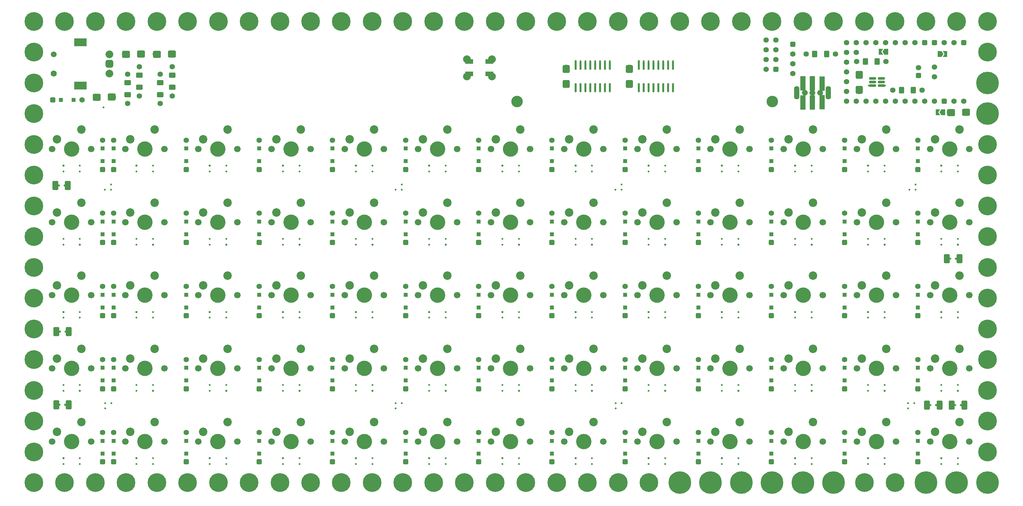
<source format=gts>
G04 #@! TF.GenerationSoftware,KiCad,Pcbnew,9.0.2*
G04 #@! TF.CreationDate,2025-07-13T16:57:08+05:30*
G04 #@! TF.ProjectId,pcb,7063622e-6b69-4636-9164-5f7063625858,rev?*
G04 #@! TF.SameCoordinates,Original*
G04 #@! TF.FileFunction,Soldermask,Top*
G04 #@! TF.FilePolarity,Negative*
%FSLAX46Y46*%
G04 Gerber Fmt 4.6, Leading zero omitted, Abs format (unit mm)*
G04 Created by KiCad (PCBNEW 9.0.2) date 2025-07-13 16:57:08*
%MOMM*%
%LPD*%
G01*
G04 APERTURE LIST*
G04 Aperture macros list*
%AMRoundRect*
0 Rectangle with rounded corners*
0 $1 Rounding radius*
0 $2 $3 $4 $5 $6 $7 $8 $9 X,Y pos of 4 corners*
0 Add a 4 corners polygon primitive as box body*
4,1,4,$2,$3,$4,$5,$6,$7,$8,$9,$2,$3,0*
0 Add four circle primitives for the rounded corners*
1,1,$1+$1,$2,$3*
1,1,$1+$1,$4,$5*
1,1,$1+$1,$6,$7*
1,1,$1+$1,$8,$9*
0 Add four rect primitives between the rounded corners*
20,1,$1+$1,$2,$3,$4,$5,0*
20,1,$1+$1,$4,$5,$6,$7,0*
20,1,$1+$1,$6,$7,$8,$9,0*
20,1,$1+$1,$8,$9,$2,$3,0*%
%AMFreePoly0*
4,1,6,1.000000,0.000000,0.500000,-0.750000,-0.500000,-0.750000,-0.500000,0.750000,0.500000,0.750000,1.000000,0.000000,1.000000,0.000000,$1*%
%AMFreePoly1*
4,1,6,0.500000,-0.750000,-0.650000,-0.750000,-0.150000,0.000000,-0.650000,0.750000,0.500000,0.750000,0.500000,-0.750000,0.500000,-0.750000,$1*%
G04 Aperture macros list end*
%ADD10C,1.700000*%
%ADD11C,4.000000*%
%ADD12C,2.200000*%
%ADD13R,3.200000X2.000000*%
%ADD14C,2.000000*%
%ADD15RoundRect,0.500000X0.500000X0.500000X-0.500000X0.500000X-0.500000X-0.500000X0.500000X-0.500000X0*%
%ADD16C,1.600000*%
%ADD17C,1.500000*%
%ADD18R,2.000000X1.250000*%
%ADD19FreePoly0,180.000000*%
%ADD20FreePoly1,180.000000*%
%ADD21O,1.400000X3.500000*%
%ADD22R,1.350000X3.800000*%
%ADD23C,0.500000*%
%ADD24R,0.600000X2.000000*%
%ADD25RoundRect,0.125000X-0.125000X0.125000X-0.125000X-0.125000X0.125000X-0.125000X0.125000X0.125000X0*%
%ADD26C,4.875000*%
%ADD27C,5.875000*%
%ADD28FreePoly0,0.000000*%
%ADD29FreePoly1,0.000000*%
%ADD30C,1.397000*%
%ADD31RoundRect,0.349250X0.349250X-0.349250X0.349250X0.349250X-0.349250X0.349250X-0.349250X-0.349250X0*%
%ADD32RoundRect,0.349250X-0.349250X0.349250X-0.349250X-0.349250X0.349250X-0.349250X0.349250X0.349250X0*%
%ADD33RoundRect,0.150000X-0.762500X-0.150000X0.762500X-0.150000X0.762500X0.150000X-0.762500X0.150000X0*%
%ADD34C,3.000000*%
%ADD35RoundRect,0.349250X-0.349250X-0.349250X0.349250X-0.349250X0.349250X0.349250X-0.349250X0.349250X0*%
%ADD36RoundRect,0.347750X0.347750X-0.347750X0.347750X0.347750X-0.347750X0.347750X-0.347750X-0.347750X0*%
%ADD37RoundRect,0.250000X0.300000X-0.300000X0.300000X0.300000X-0.300000X0.300000X-0.300000X-0.300000X0*%
%ADD38C,1.391000*%
%ADD39RoundRect,0.347750X-0.347750X-0.347750X0.347750X-0.347750X0.347750X0.347750X-0.347750X0.347750X0*%
%ADD40RoundRect,0.250000X-0.300000X-0.300000X0.300000X-0.300000X0.300000X0.300000X-0.300000X0.300000X0*%
%ADD41RoundRect,0.125000X-0.125000X-0.125000X0.125000X-0.125000X0.125000X0.125000X-0.125000X0.125000X0*%
%ADD42RoundRect,0.250001X0.499999X0.924999X-0.499999X0.924999X-0.499999X-0.924999X0.499999X-0.924999X0*%
%ADD43RoundRect,0.125000X0.125000X0.125000X-0.125000X0.125000X-0.125000X-0.125000X0.125000X-0.125000X0*%
%ADD44RoundRect,0.250000X-0.250000X-0.250000X0.250000X-0.250000X0.250000X0.250000X-0.250000X0.250000X0*%
%ADD45RoundRect,0.339622X-0.710378X-0.560378X0.710378X-0.560378X0.710378X0.560378X-0.710378X0.560378X0*%
%ADD46C,1.000000*%
%ADD47RoundRect,0.250001X-0.499999X-0.924999X0.499999X-0.924999X0.499999X0.924999X-0.499999X0.924999X0*%
%ADD48RoundRect,0.250000X0.625000X-0.400000X0.625000X0.400000X-0.625000X0.400000X-0.625000X-0.400000X0*%
%ADD49RoundRect,0.250000X-0.400000X-0.625000X0.400000X-0.625000X0.400000X0.625000X-0.400000X0.625000X0*%
%ADD50RoundRect,0.250000X-0.250000X0.250000X-0.250000X-0.250000X0.250000X-0.250000X0.250000X0.250000X0*%
%ADD51RoundRect,0.339622X-0.560378X0.710378X-0.560378X-0.710378X0.560378X-0.710378X0.560378X0.710378X0*%
%ADD52RoundRect,0.250000X0.250000X-0.250000X0.250000X0.250000X-0.250000X0.250000X-0.250000X-0.250000X0*%
%ADD53RoundRect,0.339622X0.560378X-0.710378X0.560378X0.710378X-0.560378X0.710378X-0.560378X-0.710378X0*%
%ADD54RoundRect,0.250000X0.250000X0.250000X-0.250000X0.250000X-0.250000X-0.250000X0.250000X-0.250000X0*%
%ADD55RoundRect,0.339622X0.710378X0.560378X-0.710378X0.560378X-0.710378X-0.560378X0.710378X-0.560378X0*%
G04 APERTURE END LIST*
D10*
X46045000Y-67080000D03*
D11*
X51125000Y-67080000D03*
D10*
X56205000Y-67080000D03*
D12*
X53665000Y-62000000D03*
X47315000Y-64540000D03*
D10*
X46045000Y-86105000D03*
D11*
X51125000Y-86105000D03*
D10*
X56205000Y-86105000D03*
D12*
X53665000Y-81025000D03*
X47315000Y-83565000D03*
D10*
X46045000Y-105130000D03*
D11*
X51125000Y-105130000D03*
D10*
X56205000Y-105130000D03*
D12*
X53665000Y-100050000D03*
X47315000Y-102590000D03*
D10*
X46045000Y-124155000D03*
D11*
X51125000Y-124155000D03*
D10*
X56205000Y-124155000D03*
D12*
X53665000Y-119075000D03*
X47315000Y-121615000D03*
D10*
X46045000Y-143180000D03*
D11*
X51125000Y-143180000D03*
D10*
X56205000Y-143180000D03*
D12*
X53665000Y-138100000D03*
X47315000Y-140640000D03*
D10*
X65070000Y-67080000D03*
D11*
X70150000Y-67080000D03*
D10*
X75230000Y-67080000D03*
D12*
X72690000Y-62000000D03*
X66340000Y-64540000D03*
D10*
X65070000Y-86105000D03*
D11*
X70150000Y-86105000D03*
D10*
X75230000Y-86105000D03*
D12*
X72690000Y-81025000D03*
X66340000Y-83565000D03*
D10*
X65070000Y-105130000D03*
D11*
X70150000Y-105130000D03*
D10*
X75230000Y-105130000D03*
D12*
X72690000Y-100050000D03*
X66340000Y-102590000D03*
D10*
X65070000Y-124155000D03*
D11*
X70150000Y-124155000D03*
D10*
X75230000Y-124155000D03*
D12*
X72690000Y-119075000D03*
X66340000Y-121615000D03*
D10*
X65070000Y-143180000D03*
D11*
X70150000Y-143180000D03*
D10*
X75230000Y-143180000D03*
D12*
X72690000Y-138100000D03*
X66340000Y-140640000D03*
D10*
X84095000Y-67080000D03*
D11*
X89175000Y-67080000D03*
D10*
X94255000Y-67080000D03*
D12*
X91715000Y-62000000D03*
X85365000Y-64540000D03*
D10*
X84095000Y-105130000D03*
D11*
X89175000Y-105130000D03*
D10*
X94255000Y-105130000D03*
D12*
X91715000Y-100050000D03*
X85365000Y-102590000D03*
D10*
X84095000Y-124155000D03*
D11*
X89175000Y-124155000D03*
D10*
X94255000Y-124155000D03*
D12*
X91715000Y-119075000D03*
X85365000Y-121615000D03*
D10*
X84095000Y-143180000D03*
D11*
X89175000Y-143180000D03*
D10*
X94255000Y-143180000D03*
D12*
X91715000Y-138100000D03*
X85365000Y-140640000D03*
D10*
X103120000Y-67080000D03*
D11*
X108200000Y-67080000D03*
D10*
X113280000Y-67080000D03*
D12*
X110740000Y-62000000D03*
X104390000Y-64540000D03*
D10*
X103120000Y-86105000D03*
D11*
X108200000Y-86105000D03*
D10*
X113280000Y-86105000D03*
D12*
X110740000Y-81025000D03*
X104390000Y-83565000D03*
D10*
X103120000Y-105130000D03*
D11*
X108200000Y-105130000D03*
D10*
X113280000Y-105130000D03*
D12*
X110740000Y-100050000D03*
X104390000Y-102590000D03*
D10*
X103120000Y-124155000D03*
D11*
X108200000Y-124155000D03*
D10*
X113280000Y-124155000D03*
D12*
X110740000Y-119075000D03*
X104390000Y-121615000D03*
D10*
X103120000Y-143180000D03*
D11*
X108200000Y-143180000D03*
D10*
X113280000Y-143180000D03*
D12*
X110740000Y-138100000D03*
X104390000Y-140640000D03*
D10*
X122145000Y-67080000D03*
D11*
X127225000Y-67080000D03*
D10*
X132305000Y-67080000D03*
D12*
X129765000Y-62000000D03*
X123415000Y-64540000D03*
D10*
X122145000Y-86105000D03*
D11*
X127225000Y-86105000D03*
D10*
X132305000Y-86105000D03*
D12*
X129765000Y-81025000D03*
X123415000Y-83565000D03*
D10*
X122145000Y-105130000D03*
D11*
X127225000Y-105130000D03*
D10*
X132305000Y-105130000D03*
D12*
X129765000Y-100050000D03*
X123415000Y-102590000D03*
D10*
X122145000Y-124155000D03*
D11*
X127225000Y-124155000D03*
D10*
X132305000Y-124155000D03*
D12*
X129765000Y-119075000D03*
X123415000Y-121615000D03*
D10*
X122145000Y-143180000D03*
D11*
X127225000Y-143180000D03*
D10*
X132305000Y-143180000D03*
D12*
X129765000Y-138100000D03*
X123415000Y-140640000D03*
D10*
X141170000Y-67080000D03*
D11*
X146250000Y-67080000D03*
D10*
X151330000Y-67080000D03*
D12*
X148790000Y-62000000D03*
X142440000Y-64540000D03*
D10*
X141170000Y-86105000D03*
D11*
X146250000Y-86105000D03*
D10*
X151330000Y-86105000D03*
D12*
X148790000Y-81025000D03*
X142440000Y-83565000D03*
D10*
X141170000Y-105130000D03*
D11*
X146250000Y-105130000D03*
D10*
X151330000Y-105130000D03*
D12*
X148790000Y-100050000D03*
X142440000Y-102590000D03*
D10*
X141170000Y-124155000D03*
D11*
X146250000Y-124155000D03*
D10*
X151330000Y-124155000D03*
D12*
X148790000Y-119075000D03*
X142440000Y-121615000D03*
D10*
X141170000Y-143180000D03*
D11*
X146250000Y-143180000D03*
D10*
X151330000Y-143180000D03*
D12*
X148790000Y-138100000D03*
X142440000Y-140640000D03*
D10*
X160195000Y-67080000D03*
D11*
X165275000Y-67080000D03*
D10*
X170355000Y-67080000D03*
D12*
X167815000Y-62000000D03*
X161465000Y-64540000D03*
D10*
X160195000Y-86105000D03*
D11*
X165275000Y-86105000D03*
D10*
X170355000Y-86105000D03*
D12*
X167815000Y-81025000D03*
X161465000Y-83565000D03*
D10*
X160195000Y-105130000D03*
D11*
X165275000Y-105130000D03*
D10*
X170355000Y-105130000D03*
D12*
X167815000Y-100050000D03*
X161465000Y-102590000D03*
D10*
X160195000Y-124155000D03*
D11*
X165275000Y-124155000D03*
D10*
X170355000Y-124155000D03*
D12*
X167815000Y-119075000D03*
X161465000Y-121615000D03*
D10*
X160195000Y-143180000D03*
D11*
X165275000Y-143180000D03*
D10*
X170355000Y-143180000D03*
D12*
X167815000Y-138100000D03*
X161465000Y-140640000D03*
D10*
X179220000Y-67080000D03*
D11*
X184300000Y-67080000D03*
D10*
X189380000Y-67080000D03*
D12*
X186840000Y-62000000D03*
X180490000Y-64540000D03*
D10*
X179220000Y-86105000D03*
D11*
X184300000Y-86105000D03*
D10*
X189380000Y-86105000D03*
D12*
X186840000Y-81025000D03*
X180490000Y-83565000D03*
D10*
X179220000Y-105130000D03*
D11*
X184300000Y-105130000D03*
D10*
X189380000Y-105130000D03*
D12*
X186840000Y-100050000D03*
X180490000Y-102590000D03*
D10*
X179220000Y-124155000D03*
D11*
X184300000Y-124155000D03*
D10*
X189380000Y-124155000D03*
D12*
X186840000Y-119075000D03*
X180490000Y-121615000D03*
D10*
X179220000Y-143180000D03*
D11*
X184300000Y-143180000D03*
D10*
X189380000Y-143180000D03*
D12*
X186840000Y-138100000D03*
X180490000Y-140640000D03*
D10*
X198245000Y-67080000D03*
D11*
X203325000Y-67080000D03*
D10*
X208405000Y-67080000D03*
D12*
X205865000Y-62000000D03*
X199515000Y-64540000D03*
D10*
X198245000Y-86105000D03*
D11*
X203325000Y-86105000D03*
D10*
X208405000Y-86105000D03*
D12*
X205865000Y-81025000D03*
X199515000Y-83565000D03*
D10*
X198245000Y-105130000D03*
D11*
X203325000Y-105130000D03*
D10*
X208405000Y-105130000D03*
D12*
X205865000Y-100050000D03*
X199515000Y-102590000D03*
D10*
X198245000Y-124155000D03*
D11*
X203325000Y-124155000D03*
D10*
X208405000Y-124155000D03*
D12*
X205865000Y-119075000D03*
X199515000Y-121615000D03*
D10*
X198245000Y-143180000D03*
D11*
X203325000Y-143180000D03*
D10*
X208405000Y-143180000D03*
D12*
X205865000Y-138100000D03*
X199515000Y-140640000D03*
D10*
X217270000Y-67080000D03*
D11*
X222350000Y-67080000D03*
D10*
X227430000Y-67080000D03*
D12*
X224890000Y-62000000D03*
X218540000Y-64540000D03*
D10*
X217270000Y-86105000D03*
D11*
X222350000Y-86105000D03*
D10*
X227430000Y-86105000D03*
D12*
X224890000Y-81025000D03*
X218540000Y-83565000D03*
D10*
X217270000Y-105130000D03*
D11*
X222350000Y-105130000D03*
D10*
X227430000Y-105130000D03*
D12*
X224890000Y-100050000D03*
X218540000Y-102590000D03*
D10*
X217270000Y-124155000D03*
D11*
X222350000Y-124155000D03*
D10*
X227430000Y-124155000D03*
D12*
X224890000Y-119075000D03*
X218540000Y-121615000D03*
D10*
X217270000Y-143180000D03*
D11*
X222350000Y-143180000D03*
D10*
X227430000Y-143180000D03*
D12*
X224890000Y-138100000D03*
X218540000Y-140640000D03*
D10*
X236295000Y-67080000D03*
D11*
X241375000Y-67080000D03*
D10*
X246455000Y-67080000D03*
D12*
X243915000Y-62000000D03*
X237565000Y-64540000D03*
D10*
X236295000Y-86105000D03*
D11*
X241375000Y-86105000D03*
D10*
X246455000Y-86105000D03*
D12*
X243915000Y-81025000D03*
X237565000Y-83565000D03*
D10*
X236295000Y-105130000D03*
D11*
X241375000Y-105130000D03*
D10*
X246455000Y-105130000D03*
D12*
X243915000Y-100050000D03*
X237565000Y-102590000D03*
D10*
X236295000Y-124155000D03*
D11*
X241375000Y-124155000D03*
D10*
X246455000Y-124155000D03*
D12*
X243915000Y-119075000D03*
X237565000Y-121615000D03*
D10*
X236295000Y-143180000D03*
D11*
X241375000Y-143180000D03*
D10*
X246455000Y-143180000D03*
D12*
X243915000Y-138100000D03*
X237565000Y-140640000D03*
D10*
X255320000Y-67080000D03*
D11*
X260400000Y-67080000D03*
D10*
X265480000Y-67080000D03*
D12*
X262940000Y-62000000D03*
X256590000Y-64540000D03*
D10*
X255320000Y-86105000D03*
D11*
X260400000Y-86105000D03*
D10*
X265480000Y-86105000D03*
D12*
X262940000Y-81025000D03*
X256590000Y-83565000D03*
D10*
X255320000Y-105130000D03*
D11*
X260400000Y-105130000D03*
D10*
X265480000Y-105130000D03*
D12*
X262940000Y-100050000D03*
X256590000Y-102590000D03*
D10*
X255320000Y-124155000D03*
D11*
X260400000Y-124155000D03*
D10*
X265480000Y-124155000D03*
D12*
X262940000Y-119075000D03*
X256590000Y-121615000D03*
D10*
X255320000Y-143180000D03*
D11*
X260400000Y-143180000D03*
D10*
X265480000Y-143180000D03*
D12*
X262940000Y-138100000D03*
X256590000Y-140640000D03*
D10*
X27020000Y-86105000D03*
D11*
X32100000Y-86105000D03*
D10*
X37180000Y-86105000D03*
D12*
X34640000Y-81025000D03*
X28290000Y-83565000D03*
D10*
X27020000Y-105130000D03*
D11*
X32100000Y-105130000D03*
D10*
X37180000Y-105130000D03*
D12*
X34640000Y-100050000D03*
X28290000Y-102590000D03*
D10*
X27020000Y-124155000D03*
D11*
X32100000Y-124155000D03*
D10*
X37180000Y-124155000D03*
D12*
X34640000Y-119075000D03*
X28290000Y-121615000D03*
D10*
X27020000Y-143180000D03*
D11*
X32100000Y-143180000D03*
D10*
X37180000Y-143180000D03*
D12*
X34640000Y-138100000D03*
X28290000Y-140640000D03*
D13*
X34410000Y-50542000D03*
X34410000Y-39342000D03*
D14*
X41910000Y-47442000D03*
X41910000Y-42442000D03*
D15*
X41910000Y-44942000D03*
D16*
X27410000Y-47442000D03*
D17*
X27410000Y-42442000D03*
D10*
X27020000Y-67080000D03*
D11*
X32100000Y-67080000D03*
D10*
X37180000Y-67080000D03*
D12*
X34640000Y-62000000D03*
X28290000Y-64540000D03*
D14*
X141360000Y-48180000D03*
D18*
X140735000Y-47530000D03*
X135485000Y-47530000D03*
D14*
X134860000Y-48180000D03*
X141360000Y-43680000D03*
D18*
X140735000Y-44330000D03*
X135485000Y-44330000D03*
D14*
X134860000Y-43680000D03*
D19*
X258750000Y-57540000D03*
D20*
X257300000Y-57540000D03*
D21*
X228852500Y-52450000D03*
X220652500Y-52450000D03*
D22*
X227260000Y-54860000D03*
X227240000Y-50060000D03*
D17*
X226752500Y-52450000D03*
D22*
X224752500Y-54950000D03*
D17*
X224752500Y-52450000D03*
D22*
X224752500Y-49950000D03*
D17*
X222752500Y-52450000D03*
D22*
X222252500Y-54950000D03*
X222252500Y-49950000D03*
D23*
X188508690Y-44265000D03*
D24*
X188492380Y-45416200D03*
D23*
X187228690Y-44265000D03*
D24*
X187222380Y-45416200D03*
D23*
X185968690Y-44265000D03*
D24*
X185952380Y-45416200D03*
D23*
X184698690Y-44265000D03*
D24*
X184682380Y-45416200D03*
D23*
X183418690Y-44265000D03*
D24*
X183412380Y-45416200D03*
D23*
X182148690Y-44265000D03*
D24*
X182142380Y-45416200D03*
D23*
X180888690Y-44265000D03*
D24*
X180872380Y-45416200D03*
D25*
X179608690Y-44265000D03*
D24*
X179602380Y-45416200D03*
X179602380Y-51016200D03*
D23*
X179608690Y-52065000D03*
D24*
X180872380Y-51016200D03*
D23*
X180888690Y-52065000D03*
D24*
X182142380Y-51016200D03*
D23*
X182148690Y-52065000D03*
D24*
X183412380Y-51016200D03*
D23*
X183418690Y-52065000D03*
D24*
X184682380Y-51016200D03*
D23*
X184698690Y-52065000D03*
D24*
X185952380Y-51016200D03*
D23*
X185968690Y-52065000D03*
D24*
X187222380Y-51016200D03*
D23*
X187228690Y-52065000D03*
D24*
X188492380Y-51016200D03*
D23*
X188508690Y-52065000D03*
D19*
X243910000Y-41740000D03*
D20*
X242460000Y-41740000D03*
D26*
X22240000Y-33890000D03*
X22240000Y-41890000D03*
X22240000Y-49890000D03*
X22240000Y-57890000D03*
X22240000Y-65890000D03*
X22240000Y-73890000D03*
X22240000Y-81890000D03*
X22240000Y-89890000D03*
X22240000Y-97890000D03*
X22240000Y-105890000D03*
X22240000Y-113890000D03*
X22240000Y-121890000D03*
X22240000Y-129890000D03*
X22240000Y-137890000D03*
X22240000Y-145890000D03*
X22240000Y-153890000D03*
X30240000Y-33890000D03*
X30240000Y-153890000D03*
X38240000Y-33890000D03*
X38240000Y-153890000D03*
X46240000Y-33890000D03*
X46240000Y-153890000D03*
X54240000Y-33890000D03*
X54240000Y-153890000D03*
X62240000Y-33890000D03*
X62240000Y-153890000D03*
X70240000Y-33890000D03*
X70240000Y-153890000D03*
X78240000Y-33890000D03*
X78240000Y-153890000D03*
X86240000Y-33890000D03*
X86240000Y-153890000D03*
X94240000Y-33890000D03*
X94240000Y-153890000D03*
X102240000Y-33890000D03*
X102240000Y-153890000D03*
X110240000Y-33890000D03*
X110240000Y-153890000D03*
X118240000Y-33890000D03*
X118240000Y-153890000D03*
X126240000Y-33890000D03*
X126240000Y-153890000D03*
X134240000Y-33890000D03*
X134240000Y-153890000D03*
X142240000Y-33890000D03*
X142240000Y-153890000D03*
X150240000Y-33890000D03*
X150240000Y-153890000D03*
X158240000Y-33890000D03*
X158240000Y-153890000D03*
X166240000Y-33890000D03*
X166240000Y-153890000D03*
X174240000Y-33890000D03*
X174240000Y-153890000D03*
X182240000Y-33890000D03*
X182240000Y-153890000D03*
X190240000Y-33890000D03*
D27*
X190240000Y-153890000D03*
D26*
X198240000Y-33890000D03*
D27*
X198240000Y-153890000D03*
D26*
X206240000Y-33890000D03*
D27*
X206240000Y-153890000D03*
D26*
X214240000Y-33890000D03*
D27*
X214240000Y-153890000D03*
D26*
X222240000Y-33890000D03*
D27*
X222240000Y-153890000D03*
D26*
X230240000Y-33890000D03*
D27*
X230240000Y-153890000D03*
D26*
X238240000Y-33890000D03*
X238240000Y-153890000D03*
X246240000Y-33890000D03*
X246240000Y-153890000D03*
X254240000Y-33890000D03*
D27*
X254240000Y-153890000D03*
D26*
X262240000Y-33890000D03*
D27*
X262240000Y-153890000D03*
D26*
X270240000Y-33890000D03*
X270240000Y-41890000D03*
D27*
X270240000Y-49890000D03*
X270240000Y-57890000D03*
D26*
X270240000Y-65890000D03*
X270240000Y-73890000D03*
X270240000Y-81890000D03*
X270240000Y-89890000D03*
X270240000Y-97890000D03*
X270240000Y-105890000D03*
X270240000Y-113890000D03*
X270240000Y-121890000D03*
X270240000Y-129890000D03*
X270240000Y-137890000D03*
X270240000Y-145890000D03*
D27*
X270240000Y-153890000D03*
D23*
X172045000Y-44265000D03*
D24*
X172028690Y-45416200D03*
D23*
X170765000Y-44265000D03*
D24*
X170758690Y-45416200D03*
D23*
X169505000Y-44265000D03*
D24*
X169488690Y-45416200D03*
D23*
X168235000Y-44265000D03*
D24*
X168218690Y-45416200D03*
D23*
X166955000Y-44265000D03*
D24*
X166948690Y-45416200D03*
D23*
X165685000Y-44265000D03*
D24*
X165678690Y-45416200D03*
D23*
X164425000Y-44265000D03*
D24*
X164408690Y-45416200D03*
D25*
X163145000Y-44265000D03*
D24*
X163138690Y-45416200D03*
X163138690Y-51016200D03*
D23*
X163145000Y-52065000D03*
D24*
X164408690Y-51016200D03*
D23*
X164425000Y-52065000D03*
D24*
X165678690Y-51016200D03*
D23*
X165685000Y-52065000D03*
D24*
X166948690Y-51016200D03*
D23*
X166955000Y-52065000D03*
D24*
X168218690Y-51016200D03*
D23*
X168235000Y-52065000D03*
D24*
X169488690Y-51016200D03*
D23*
X169505000Y-52065000D03*
D24*
X170758690Y-51016200D03*
D23*
X170765000Y-52065000D03*
D24*
X172028690Y-51016200D03*
D23*
X172045000Y-52065000D03*
D28*
X257835000Y-42370000D03*
D29*
X259285000Y-42370000D03*
D30*
X219630000Y-47410000D03*
X219630000Y-44870000D03*
X219630000Y-42330000D03*
D31*
X219630000Y-39790000D03*
D30*
X261510000Y-39360000D03*
X258970000Y-39360000D03*
D32*
X256430000Y-39360000D03*
X253890000Y-39360000D03*
D30*
X251350000Y-39360000D03*
X248810000Y-39360000D03*
X246270000Y-39360000D03*
X243730000Y-39360000D03*
X241190000Y-39360000D03*
X238650000Y-39360000D03*
X236110000Y-39360000D03*
X233570000Y-39360000D03*
X261510000Y-54600000D03*
D32*
X258970000Y-54600000D03*
D30*
X256430000Y-54600000D03*
X253890000Y-54600000D03*
X251350000Y-54600000D03*
X248810000Y-54600000D03*
X246270000Y-54600000D03*
X243730000Y-54600000D03*
X241190000Y-54600000D03*
X238650000Y-54600000D03*
X236110000Y-54600000D03*
X233570000Y-54600000D03*
X233570000Y-41900000D03*
X233570000Y-44440000D03*
X233570000Y-46980000D03*
X233570000Y-49520000D03*
X233570000Y-52060000D03*
X264050000Y-54600000D03*
D32*
X264050000Y-39360000D03*
D30*
X256430000Y-45710000D03*
X256430000Y-48250000D03*
X236110000Y-41900000D03*
D33*
X240370000Y-48710000D03*
X240370000Y-49660000D03*
D23*
X239437500Y-50610000D03*
D33*
X240370000Y-50610000D03*
X242645000Y-50610000D03*
D23*
X243557500Y-50610000D03*
D33*
X242645000Y-49660000D03*
X242645000Y-48710000D03*
D34*
X147920000Y-54740000D03*
X214320000Y-54740000D03*
D30*
X215190000Y-38730000D03*
X212650000Y-38730000D03*
X215190000Y-41270000D03*
X212650000Y-41270000D03*
X215190000Y-43810000D03*
X212650000Y-43810000D03*
D35*
X215190000Y-46350000D03*
D30*
X212650000Y-46350000D03*
D10*
X84095000Y-86105000D03*
D11*
X89175000Y-86105000D03*
D10*
X94255000Y-86105000D03*
D12*
X91715000Y-81025000D03*
X85365000Y-83565000D03*
D30*
X252320000Y-45920000D03*
D32*
X252320000Y-47920000D03*
D36*
X40160500Y-72390000D03*
D37*
X40160500Y-70230000D03*
X40160500Y-66930000D03*
D38*
X40160500Y-64770000D03*
D36*
X43035500Y-91415000D03*
D37*
X43035500Y-89255000D03*
X43035500Y-85955000D03*
D38*
X43035500Y-83795000D03*
D36*
X43035500Y-110440000D03*
D37*
X43035500Y-108280000D03*
X43035500Y-104980000D03*
D38*
X43035500Y-102820000D03*
D36*
X43035500Y-129465000D03*
D37*
X43035500Y-127305000D03*
X43035500Y-124005000D03*
D38*
X43035500Y-121845000D03*
D36*
X43035500Y-148490000D03*
D37*
X43035500Y-146330000D03*
X43035500Y-143030000D03*
D38*
X43035500Y-140870000D03*
D36*
X43035500Y-72390000D03*
D37*
X43035500Y-70230000D03*
X43035500Y-66930000D03*
D38*
X43035500Y-64770000D03*
D36*
X61860500Y-91415000D03*
D37*
X61860500Y-89255000D03*
X61860500Y-85955000D03*
D38*
X61860500Y-83795000D03*
D36*
X61860500Y-110440000D03*
D37*
X61860500Y-108280000D03*
X61860500Y-104980000D03*
D38*
X61860500Y-102820000D03*
D36*
X61860500Y-129465000D03*
D37*
X61860500Y-127305000D03*
X61860500Y-124005000D03*
D38*
X61860500Y-121845000D03*
D36*
X61860500Y-148490000D03*
D37*
X61860500Y-146330000D03*
X61860500Y-143030000D03*
D38*
X61860500Y-140870000D03*
D36*
X61860500Y-72390000D03*
D37*
X61860500Y-70230000D03*
X61860500Y-66930000D03*
D38*
X61860500Y-64770000D03*
D36*
X80885500Y-91415000D03*
D37*
X80885500Y-89255000D03*
X80885500Y-85955000D03*
D38*
X80885500Y-83795000D03*
D36*
X80885500Y-110440000D03*
D37*
X80885500Y-108280000D03*
X80885500Y-104980000D03*
D38*
X80885500Y-102820000D03*
D36*
X80885500Y-129465000D03*
D37*
X80885500Y-127305000D03*
X80885500Y-124005000D03*
D38*
X80885500Y-121845000D03*
D36*
X80885500Y-148490000D03*
D37*
X80885500Y-146330000D03*
X80885500Y-143030000D03*
D38*
X80885500Y-140870000D03*
D36*
X80885500Y-72390000D03*
D37*
X80885500Y-70230000D03*
X80885500Y-66930000D03*
D38*
X80885500Y-64770000D03*
D36*
X99910500Y-91415000D03*
D37*
X99910500Y-89255000D03*
X99910500Y-85955000D03*
D38*
X99910500Y-83795000D03*
D36*
X99910500Y-110440000D03*
D37*
X99910500Y-108280000D03*
X99910500Y-104980000D03*
D38*
X99910500Y-102820000D03*
D36*
X99910500Y-129465000D03*
D37*
X99910500Y-127305000D03*
X99910500Y-124005000D03*
D38*
X99910500Y-121845000D03*
D36*
X99910500Y-148490000D03*
D37*
X99910500Y-146330000D03*
X99910500Y-143030000D03*
D38*
X99910500Y-140870000D03*
D36*
X99910500Y-72390000D03*
D37*
X99910500Y-70230000D03*
X99910500Y-66930000D03*
D38*
X99910500Y-64770000D03*
D36*
X118935500Y-91415000D03*
D37*
X118935500Y-89255000D03*
X118935500Y-85955000D03*
D38*
X118935500Y-83795000D03*
D36*
X118935500Y-110440000D03*
D37*
X118935500Y-108280000D03*
X118935500Y-104980000D03*
D38*
X118935500Y-102820000D03*
D36*
X118935500Y-129465000D03*
D37*
X118935500Y-127305000D03*
X118935500Y-124005000D03*
D38*
X118935500Y-121845000D03*
D36*
X118935500Y-148490000D03*
D37*
X118935500Y-146330000D03*
X118935500Y-143030000D03*
D38*
X118935500Y-140870000D03*
D36*
X118935500Y-72390000D03*
D37*
X118935500Y-70230000D03*
X118935500Y-66930000D03*
D38*
X118935500Y-64770000D03*
D36*
X137960500Y-91415000D03*
D37*
X137960500Y-89255000D03*
X137960500Y-85955000D03*
D38*
X137960500Y-83795000D03*
D36*
X137960500Y-110440000D03*
D37*
X137960500Y-108280000D03*
X137960500Y-104980000D03*
D38*
X137960500Y-102820000D03*
D36*
X137960500Y-129465000D03*
D37*
X137960500Y-127305000D03*
X137960500Y-124005000D03*
D38*
X137960500Y-121845000D03*
D36*
X137960500Y-148490000D03*
D37*
X137960500Y-146330000D03*
X137960500Y-143030000D03*
D38*
X137960500Y-140870000D03*
D36*
X137960500Y-72390000D03*
D37*
X137960500Y-70230000D03*
X137960500Y-66930000D03*
D38*
X137960500Y-64770000D03*
D36*
X156985500Y-91415000D03*
D37*
X156985500Y-89255000D03*
X156985500Y-85955000D03*
D38*
X156985500Y-83795000D03*
D36*
X156985500Y-110440000D03*
D37*
X156985500Y-108280000D03*
X156985500Y-104980000D03*
D38*
X156985500Y-102820000D03*
D36*
X156985500Y-129465000D03*
D37*
X156985500Y-127305000D03*
X156985500Y-124005000D03*
D38*
X156985500Y-121845000D03*
D36*
X156985500Y-148490000D03*
D37*
X156985500Y-146330000D03*
X156985500Y-143030000D03*
D38*
X156985500Y-140870000D03*
D36*
X156985500Y-72390000D03*
D37*
X156985500Y-70230000D03*
X156985500Y-66930000D03*
D38*
X156985500Y-64770000D03*
D36*
X176010500Y-91415000D03*
D37*
X176010500Y-89255000D03*
X176010500Y-85955000D03*
D38*
X176010500Y-83795000D03*
D36*
X176010500Y-110440000D03*
D37*
X176010500Y-108280000D03*
X176010500Y-104980000D03*
D38*
X176010500Y-102820000D03*
D36*
X176010500Y-129465000D03*
D37*
X176010500Y-127305000D03*
X176010500Y-124005000D03*
D38*
X176010500Y-121845000D03*
D36*
X176010500Y-148490000D03*
D37*
X176010500Y-146330000D03*
X176010500Y-143030000D03*
D38*
X176010500Y-140870000D03*
D36*
X176010500Y-72390000D03*
D37*
X176010500Y-70230000D03*
X176010500Y-66930000D03*
D38*
X176010500Y-64770000D03*
D36*
X195035500Y-91415000D03*
D37*
X195035500Y-89255000D03*
X195035500Y-85955000D03*
D38*
X195035500Y-83795000D03*
D36*
X195035500Y-110440000D03*
D37*
X195035500Y-108280000D03*
X195035500Y-104980000D03*
D38*
X195035500Y-102820000D03*
D36*
X195035500Y-129465000D03*
D37*
X195035500Y-127305000D03*
X195035500Y-124005000D03*
D38*
X195035500Y-121845000D03*
D36*
X195035500Y-148490000D03*
D37*
X195035500Y-146330000D03*
X195035500Y-143030000D03*
D38*
X195035500Y-140870000D03*
D36*
X195035500Y-72390000D03*
D37*
X195035500Y-70230000D03*
X195035500Y-66930000D03*
D38*
X195035500Y-64770000D03*
D36*
X214060500Y-91415000D03*
D37*
X214060500Y-89255000D03*
X214060500Y-85955000D03*
D38*
X214060500Y-83795000D03*
D36*
X214060500Y-110440000D03*
D37*
X214060500Y-108280000D03*
X214060500Y-104980000D03*
D38*
X214060500Y-102820000D03*
D36*
X214060500Y-129465000D03*
D37*
X214060500Y-127305000D03*
X214060500Y-124005000D03*
D38*
X214060500Y-121845000D03*
D36*
X214060500Y-148490000D03*
D37*
X214060500Y-146330000D03*
X214060500Y-143030000D03*
D38*
X214060500Y-140870000D03*
D36*
X214060500Y-72390000D03*
D37*
X214060500Y-70230000D03*
X214060500Y-66930000D03*
D38*
X214060500Y-64770000D03*
D36*
X233085500Y-91415000D03*
D37*
X233085500Y-89255000D03*
X233085500Y-85955000D03*
D38*
X233085500Y-83795000D03*
D36*
X233085500Y-110440000D03*
D37*
X233085500Y-108280000D03*
X233085500Y-104980000D03*
D38*
X233085500Y-102820000D03*
D36*
X233085500Y-129465000D03*
D37*
X233085500Y-127305000D03*
X233085500Y-124005000D03*
D38*
X233085500Y-121845000D03*
D36*
X233085500Y-148490000D03*
D37*
X233085500Y-146330000D03*
X233085500Y-143030000D03*
D38*
X233085500Y-140870000D03*
D36*
X233085500Y-72390000D03*
D37*
X233085500Y-70230000D03*
X233085500Y-66930000D03*
D38*
X233085500Y-64770000D03*
D36*
X252110500Y-91415000D03*
D37*
X252110500Y-89255000D03*
X252110500Y-85955000D03*
D38*
X252110500Y-83795000D03*
D36*
X252110500Y-110440000D03*
D37*
X252110500Y-108280000D03*
X252110500Y-104980000D03*
D38*
X252110500Y-102820000D03*
D36*
X252110500Y-129465000D03*
D37*
X252110500Y-127305000D03*
X252110500Y-124005000D03*
D38*
X252110500Y-121845000D03*
D36*
X252110500Y-148490000D03*
D37*
X252110500Y-146330000D03*
X252110500Y-143030000D03*
D38*
X252110500Y-140870000D03*
D36*
X252110500Y-72390000D03*
D37*
X252110500Y-70230000D03*
X252110500Y-66930000D03*
D38*
X252110500Y-64770000D03*
D36*
X40160500Y-129465000D03*
D37*
X40160500Y-127305000D03*
X40160500Y-124005000D03*
D38*
X40160500Y-121845000D03*
D36*
X40160500Y-148490000D03*
D37*
X40160500Y-146330000D03*
X40160500Y-143030000D03*
D38*
X40160500Y-140870000D03*
D39*
X27150000Y-54260000D03*
D40*
X29310000Y-54260000D03*
X32610000Y-54260000D03*
D38*
X34770000Y-54260000D03*
D36*
X40160500Y-110440000D03*
D37*
X40160500Y-108280000D03*
X40160500Y-104980000D03*
D38*
X40160500Y-102820000D03*
D23*
X182150000Y-128485000D03*
X182150000Y-129985000D03*
D41*
X186450000Y-129985000D03*
D23*
X186450000Y-128485000D03*
D42*
X31095000Y-76560000D03*
D23*
X30190000Y-76560000D03*
D43*
X28750000Y-76560000D03*
D42*
X27845000Y-76560000D03*
D44*
X53690000Y-42390000D03*
D45*
X54240000Y-42415000D03*
X58140000Y-42365000D03*
D46*
X58690000Y-42390000D03*
D23*
X53275000Y-110960000D03*
X53275000Y-109460000D03*
D43*
X48975000Y-109460000D03*
D23*
X48975000Y-110960000D03*
X34250000Y-149010000D03*
X34250000Y-147510000D03*
D43*
X29950000Y-147510000D03*
D23*
X29950000Y-149010000D03*
X201175000Y-128485000D03*
X201175000Y-129985000D03*
D41*
X205475000Y-129985000D03*
D23*
X205475000Y-128485000D03*
X125075000Y-128485000D03*
X125075000Y-129985000D03*
D41*
X129375000Y-129985000D03*
D23*
X129375000Y-128485000D03*
X110350000Y-110960000D03*
X110350000Y-109460000D03*
D43*
X106050000Y-109460000D03*
D23*
X106050000Y-110960000D03*
X53275000Y-72910000D03*
X53275000Y-71410000D03*
D43*
X48975000Y-71410000D03*
D23*
X48975000Y-72910000D03*
X249630000Y-134550000D03*
X249630000Y-133250000D03*
X251230000Y-133250000D03*
X167425000Y-110960000D03*
X167425000Y-109460000D03*
D43*
X163125000Y-109460000D03*
D23*
X163125000Y-110960000D03*
X40400000Y-56260000D03*
X87025000Y-90435000D03*
X87025000Y-91935000D03*
D41*
X91325000Y-91935000D03*
D23*
X91325000Y-90435000D03*
D47*
X254525000Y-133730000D03*
D23*
X255430000Y-133730000D03*
D41*
X256870000Y-133730000D03*
D47*
X257775000Y-133730000D03*
D23*
X220200000Y-90435000D03*
X220200000Y-91935000D03*
D41*
X224500000Y-91935000D03*
D23*
X224500000Y-90435000D03*
X173530000Y-134550000D03*
X173530000Y-133250000D03*
X175130000Y-133250000D03*
D30*
X58260000Y-53250000D03*
D48*
X58260000Y-50990000D03*
X58260000Y-47890000D03*
D30*
X58260000Y-45630000D03*
D23*
X262549999Y-149010000D03*
X262549999Y-147510000D03*
D43*
X258249999Y-147510000D03*
D23*
X258249999Y-149010000D03*
X205475000Y-149010000D03*
X205475000Y-147510000D03*
D43*
X201175000Y-147510000D03*
D23*
X201175000Y-149010000D03*
X186450000Y-72910000D03*
X186450000Y-71410000D03*
D43*
X182150000Y-71410000D03*
D23*
X182150000Y-72910000D03*
D30*
X46660000Y-55190000D03*
D48*
X46660000Y-52930000D03*
X46660000Y-49830000D03*
D30*
X46660000Y-47570000D03*
D23*
X72300000Y-72910000D03*
X72300000Y-71410000D03*
D43*
X68000000Y-71410000D03*
D23*
X68000000Y-72910000D03*
X68000000Y-128485000D03*
X68000000Y-129985000D03*
D41*
X72300000Y-129985000D03*
D23*
X72300000Y-128485000D03*
X220200000Y-128485000D03*
X220200000Y-129985000D03*
D41*
X224500000Y-129985000D03*
D23*
X224500000Y-128485000D03*
X29950000Y-90435000D03*
X29950000Y-91935000D03*
D41*
X34250000Y-91935000D03*
D23*
X34250000Y-90435000D03*
X48975000Y-90435000D03*
X48975000Y-91935000D03*
D41*
X53275000Y-91935000D03*
D23*
X53275000Y-90435000D03*
X182150000Y-90435000D03*
X182150000Y-91935000D03*
D41*
X186450000Y-91935000D03*
D23*
X186450000Y-90435000D03*
X91325000Y-72910000D03*
X91325000Y-71410000D03*
D43*
X87025000Y-71410000D03*
D23*
X87025000Y-72910000D03*
D44*
X260200000Y-57540000D03*
D45*
X260750000Y-57565000D03*
X264650000Y-57515000D03*
D46*
X265200000Y-57540000D03*
D23*
X110350000Y-149010000D03*
X110350000Y-147510000D03*
D43*
X106050000Y-147510000D03*
D23*
X106050000Y-149010000D03*
X163125000Y-128485000D03*
X163125000Y-129985000D03*
D41*
X167425000Y-129985000D03*
D23*
X167425000Y-128485000D03*
D30*
X245620000Y-51800000D03*
D49*
X247880000Y-51800000D03*
X250980000Y-51800000D03*
D30*
X253240000Y-51800000D03*
D23*
X110350000Y-72910000D03*
X110350000Y-71410000D03*
D43*
X106050000Y-71410000D03*
D23*
X106050000Y-72910000D03*
D30*
X223070000Y-42340000D03*
D49*
X225330000Y-42340000D03*
X228430000Y-42340000D03*
D30*
X230690000Y-42340000D03*
D23*
X262549999Y-72910000D03*
X262549999Y-71410000D03*
D43*
X258249999Y-71410000D03*
D23*
X258249999Y-72910000D03*
X239224999Y-128485000D03*
X239224999Y-129985000D03*
D41*
X243524999Y-129985000D03*
D23*
X243524999Y-128485000D03*
X148400000Y-149010000D03*
X148400000Y-147510000D03*
D43*
X144100000Y-147510000D03*
D23*
X144100000Y-149010000D03*
X258249999Y-90435000D03*
X258249999Y-91935000D03*
D41*
X262549999Y-91935000D03*
D23*
X262549999Y-90435000D03*
X186450000Y-110960000D03*
X186450000Y-109460000D03*
D43*
X182150000Y-109460000D03*
D23*
X182150000Y-110960000D03*
X34250000Y-110960000D03*
X34250000Y-109460000D03*
D43*
X29950000Y-109460000D03*
D23*
X29950000Y-110960000D03*
D47*
X260985000Y-133730000D03*
D23*
X261890000Y-133730000D03*
D41*
X263330000Y-133730000D03*
D47*
X264235000Y-133730000D03*
D23*
X262549999Y-110960000D03*
X262549999Y-109460000D03*
D43*
X258249999Y-109460000D03*
D23*
X258249999Y-110960000D03*
X34250000Y-72910000D03*
X34250000Y-71410000D03*
D43*
X29950000Y-71410000D03*
D23*
X29950000Y-72910000D03*
X91325000Y-110960000D03*
X91325000Y-109460000D03*
D43*
X87025000Y-109460000D03*
D23*
X87025000Y-110960000D03*
X106050000Y-90435000D03*
X106050000Y-91935000D03*
D41*
X110350000Y-91935000D03*
D23*
X110350000Y-90435000D03*
X243524999Y-149010000D03*
X243524999Y-147510000D03*
D43*
X239224999Y-147510000D03*
D23*
X239224999Y-149010000D03*
X125075000Y-90435000D03*
X125075000Y-91935000D03*
D41*
X129375000Y-91935000D03*
D23*
X129375000Y-90435000D03*
X40790000Y-134550000D03*
X40790000Y-133250000D03*
X42390000Y-133250000D03*
X243524999Y-72910000D03*
X243524999Y-71410000D03*
D43*
X239224999Y-71410000D03*
D23*
X239224999Y-72910000D03*
X224500000Y-72910000D03*
X224500000Y-71410000D03*
D43*
X220200000Y-71410000D03*
D23*
X220200000Y-72910000D03*
D50*
X160698690Y-45665000D03*
D51*
X160673690Y-46215000D03*
X160723690Y-50115000D03*
D46*
X160698690Y-50665000D03*
D23*
X144100000Y-128485000D03*
X144100000Y-129985000D03*
D41*
X148400000Y-129985000D03*
D23*
X148400000Y-128485000D03*
X48975000Y-128485000D03*
X48975000Y-129985000D03*
D41*
X53275000Y-129985000D03*
D23*
X53275000Y-128485000D03*
X72300000Y-149010000D03*
X72300000Y-147510000D03*
D43*
X68000000Y-147510000D03*
D23*
X68000000Y-149010000D03*
X175060000Y-76350000D03*
X175060000Y-77650000D03*
X173460000Y-77650000D03*
X251560000Y-76350000D03*
X251560000Y-77650000D03*
X249960000Y-77650000D03*
D47*
X28095000Y-133650000D03*
D23*
X29000000Y-133650000D03*
D41*
X30440000Y-133650000D03*
D47*
X31345000Y-133650000D03*
D52*
X236910000Y-52240000D03*
D53*
X236935000Y-51690000D03*
X236885000Y-47790000D03*
D46*
X236910000Y-47240000D03*
D23*
X224500000Y-149010000D03*
X224500000Y-147510000D03*
D43*
X220200000Y-147510000D03*
D23*
X220200000Y-149010000D03*
X29950000Y-128485000D03*
X29950000Y-129985000D03*
D41*
X34250000Y-129985000D03*
D23*
X34250000Y-128485000D03*
D30*
X49710000Y-53250000D03*
D48*
X49710000Y-50990000D03*
X49710000Y-47890000D03*
D30*
X49710000Y-45630000D03*
D23*
X163125000Y-90435000D03*
X163125000Y-91935000D03*
D41*
X167425000Y-91935000D03*
D23*
X167425000Y-90435000D03*
X72300000Y-110960000D03*
X72300000Y-109460000D03*
D43*
X68000000Y-109460000D03*
D23*
X68000000Y-110960000D03*
X148400000Y-72910000D03*
X148400000Y-71410000D03*
D43*
X144100000Y-71410000D03*
D23*
X144100000Y-72910000D03*
X68000000Y-90435000D03*
X68000000Y-91935000D03*
D41*
X72300000Y-91935000D03*
D23*
X72300000Y-90435000D03*
D30*
X55150000Y-55190000D03*
D48*
X55150000Y-52930000D03*
X55150000Y-49830000D03*
D30*
X55150000Y-47570000D03*
X236210000Y-44300000D03*
D49*
X238470000Y-44300000D03*
X241570000Y-44300000D03*
D30*
X243830000Y-44300000D03*
D23*
X129375000Y-72910000D03*
X129375000Y-71410000D03*
D43*
X125075000Y-71410000D03*
D23*
X125075000Y-72910000D03*
X224500000Y-110960000D03*
X224500000Y-109460000D03*
D43*
X220200000Y-109460000D03*
D23*
X220200000Y-110960000D03*
X87025000Y-128485000D03*
X87025000Y-129985000D03*
D41*
X91325000Y-129985000D03*
D23*
X91325000Y-128485000D03*
X117947344Y-76350000D03*
X117947344Y-77650000D03*
X116347344Y-77650000D03*
X201175000Y-90435000D03*
X201175000Y-91935000D03*
D41*
X205475000Y-91935000D03*
D23*
X205475000Y-90435000D03*
D42*
X31365000Y-114620000D03*
D23*
X30460000Y-114620000D03*
D43*
X29020000Y-114620000D03*
D42*
X28115000Y-114620000D03*
D23*
X167425000Y-149010000D03*
X167425000Y-147510000D03*
D43*
X163125000Y-147510000D03*
D23*
X163125000Y-149010000D03*
X129375000Y-149010000D03*
X129375000Y-147510000D03*
D43*
X125075000Y-147510000D03*
D23*
X125075000Y-149010000D03*
D47*
X259720000Y-95580000D03*
D23*
X260625000Y-95580000D03*
D41*
X262065000Y-95580000D03*
D47*
X262970000Y-95580000D03*
D50*
X177138690Y-45665000D03*
D51*
X177113690Y-46215000D03*
X177163690Y-50115000D03*
D46*
X177138690Y-50665000D03*
D23*
X144100000Y-90435000D03*
X144100000Y-91935000D03*
D41*
X148400000Y-91935000D03*
D23*
X148400000Y-90435000D03*
D54*
X50650000Y-42390000D03*
D55*
X50100000Y-42365000D03*
X46200000Y-42415000D03*
D46*
X45650000Y-42390000D03*
D23*
X205475000Y-110960000D03*
X205475000Y-109460000D03*
D43*
X201175000Y-109460000D03*
D23*
X201175000Y-110960000D03*
X186450000Y-149010000D03*
X186450000Y-147510000D03*
D43*
X182150000Y-147510000D03*
D23*
X182150000Y-149010000D03*
X148400000Y-110960000D03*
X148400000Y-109460000D03*
D43*
X144100000Y-109460000D03*
D23*
X144100000Y-110960000D03*
D36*
X40160500Y-91415000D03*
D37*
X40160500Y-89255000D03*
X40160500Y-85955000D03*
D38*
X40160500Y-83795000D03*
D54*
X43070000Y-53580000D03*
D55*
X42520000Y-53555000D03*
X38620000Y-53605000D03*
D46*
X38070000Y-53580000D03*
D23*
X42310000Y-76350000D03*
X42310000Y-77650000D03*
X40710000Y-77650000D03*
X53275000Y-149010000D03*
X53275000Y-147510000D03*
D43*
X48975000Y-147510000D03*
D23*
X48975000Y-149010000D03*
X258249999Y-128485000D03*
X258249999Y-129985000D03*
D41*
X262549999Y-129985000D03*
D23*
X262549999Y-128485000D03*
X239224999Y-90435000D03*
X239224999Y-91935000D03*
D41*
X243524999Y-91935000D03*
D23*
X243524999Y-90435000D03*
X116370000Y-134550000D03*
X116370000Y-133250000D03*
X117970000Y-133250000D03*
X91325000Y-149010000D03*
X91325000Y-147510000D03*
D43*
X87025000Y-147510000D03*
D23*
X87025000Y-149010000D03*
X167425000Y-72910000D03*
X167425000Y-71410000D03*
D43*
X163125000Y-71410000D03*
D23*
X163125000Y-72910000D03*
X106050000Y-128485000D03*
X106050000Y-129985000D03*
D41*
X110350000Y-129985000D03*
D23*
X110350000Y-128485000D03*
X129375000Y-110960000D03*
X129375000Y-109460000D03*
D43*
X125075000Y-109460000D03*
D23*
X125075000Y-110960000D03*
X243524999Y-110960000D03*
X243524999Y-109460000D03*
D43*
X239224999Y-109460000D03*
D23*
X239224999Y-110960000D03*
X205475000Y-72910000D03*
X205475000Y-71410000D03*
D43*
X201175000Y-71410000D03*
D23*
X201175000Y-72910000D03*
M02*

</source>
